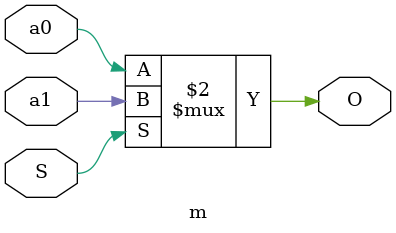
<source format=v>
`timescale 1ns / 1ps


module mux(
input i0,
input i1,
input i2,
input i3,
input i4,
input i5,
input i6,
input i7,
input i8,
input i9,
input i10,
input i11,
input i12,
input i13,
input i14,
input i15,
input [3:0]S,
output Out
 );
 wire w1,w2,w3,w4,w5,w6,w7,w8,x1,x2,x3,x4,z1,z2;
 m m1(i0,i1,S[0],w1);
 m m2(i2,i3,S[0],w2);
 m m3(i4,i5,S[0],w3);
 m m4(i6,i7,S[0],w4);
 m m5(i8,i9,S[0],w5);
 m m6(i10,i11,S[0],w6);
 m m7(i12,i13,S[0],w7);
 m m8(i14,i15,S[0],w8);
 m m9(w1,w2,S[1],x1);
m m10(w3,w4,S[1],x2);
m m11(w5,w6,S[1],x3);
m m12(w7,w8,S[1],x4); 
m m13(x1,x2,S[2],z1);
m m14(x3,x4,S[2],z2);
m m15(z1,z2,S[3],Out);
 
endmodule
module m(
input a0,
input a1,
input S,
output O);
assign O= (S==0)? a0:a1;
endmodule
</source>
